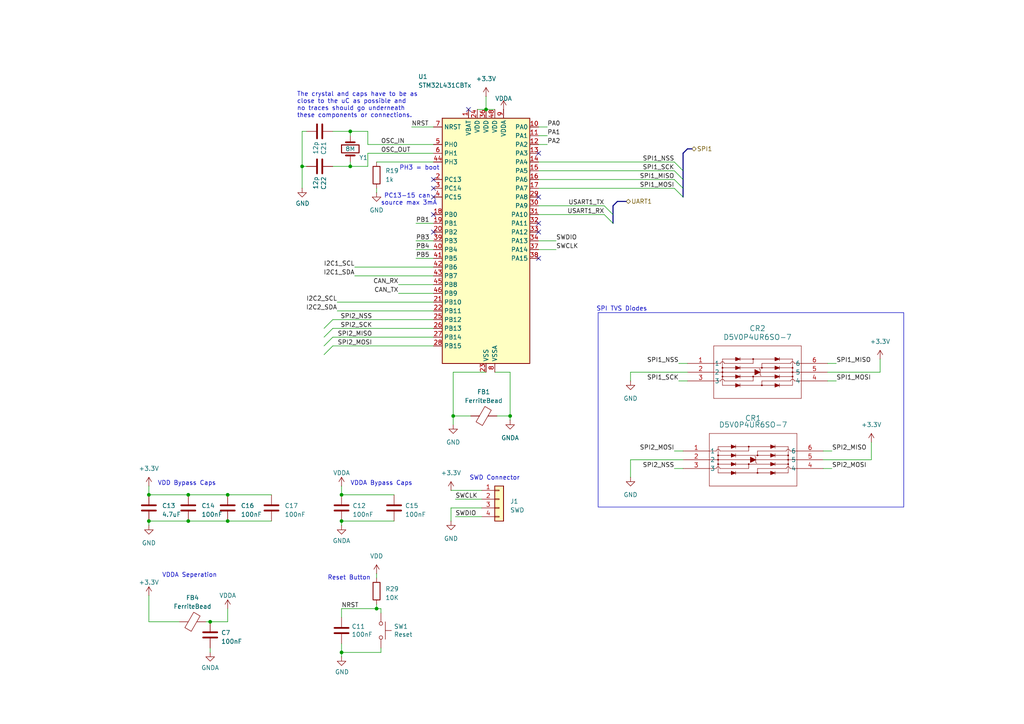
<source format=kicad_sch>
(kicad_sch (version 20250114) (generator "eeschema") (generator_version "9.0")
  (paper "A4")
  (lib_symbols
    (symbol "Connector_Generic:Conn_01x04" (pin_names (offset 1.016) (hide yes))
      (property "Reference" "J" (at 0 5.08 0))
      (property "Value" "Conn_01x04" (at 0 -7.62 0))
      (symbol "Conn_01x04_1_1"
        (rectangle (start -1.27 3.81) (end 1.27 -6.35) (stroke (width 0.254)) (fill (type background)))
        (rectangle (start -1.27 2.667) (end 0 2.413) (stroke (width 0.1524)))
        (rectangle (start -1.27 0.127) (end 0 -0.127) (stroke (width 0.1524)))
        (rectangle (start -1.27 -2.413) (end 0 -2.667) (stroke (width 0.1524)))
        (rectangle (start -1.27 -4.953) (end 0 -5.207) (stroke (width 0.1524)))
        (pin passive line (at -5.08 2.54 0) (length 3.81) (name "Pin_1") (number "1"))
        (pin passive line (at -5.08 0 0) (length 3.81) (name "Pin_2") (number "2"))
        (pin passive line (at -5.08 -2.54 0) (length 3.81) (name "Pin_3") (number "3"))
        (pin passive line (at -5.08 -5.08 0) (length 3.81) (name "Pin_4") (number "4"))
      )
    )
    (symbol "Device:C" (pin_numbers (hide yes)) (pin_names (offset 0.254))
      (property "Reference" "C" (at 0.635 2.54 0))
      (property "Value" "C" (at 0.635 -2.54 0))
      (symbol "C_0_1"
        (polyline (pts (xy -2.032 0.762) (xy 2.032 0.762)) (stroke (width 0.508)))
        (polyline (pts (xy -2.032 -0.762) (xy 2.032 -0.762)) (stroke (width 0.508)))
      )
      (symbol "C_1_1"
        (pin passive line (at 0 3.81 270) (length 2.794) (name "~") (number "1"))
        (pin passive line (at 0 -3.81 90) (length 2.794) (name "~") (number "2"))
      )
    )
    (symbol "Device:Crystal" (pin_numbers (hide yes)) (pin_names (offset 1.016) (hide yes))
      (property "Reference" "Y" (at 0 3.81 0))
      (property "Value" "Crystal" (at 0 -3.81 0))
      (symbol "Crystal_0_1"
        (polyline (pts (xy -2.54 0) (xy -1.905 0)))
        (polyline (pts (xy -1.905 -1.27) (xy -1.905 1.27)) (stroke (width 0.508)))
        (rectangle (start -1.143 2.54) (end 1.143 -2.54) (stroke (width 0.3048)))
        (polyline (pts (xy 1.905 -1.27) (xy 1.905 1.27)) (stroke (width 0.508)))
        (polyline (pts (xy 2.54 0) (xy 1.905 0)))
      )
      (symbol "Crystal_1_1"
        (pin passive line (at -3.81 0 0) (length 1.27) (name "1") (number "1"))
        (pin passive line (at 3.81 0 180) (length 1.27) (name "2") (number "2"))
      )
    )
    (symbol "Device:FerriteBead" (pin_numbers (hide yes)) (pin_names (offset 0))
      (property "Reference" "FB" (at -3.81 0.635 90))
      (property "Value" "FerriteBead" (at 3.81 0 90))
      (symbol "FerriteBead_0_1"
        (polyline (pts (xy -2.7686 0.4064) (xy -1.7018 2.2606) (xy 2.7686 -0.3048) (xy 1.6764 -2.159) (xy -2.7686 0.4064)))
        (polyline (pts (xy 0 1.27) (xy 0 1.2954)))
        (polyline (pts (xy 0 -1.27) (xy 0 -1.2192)))
      )
      (symbol "FerriteBead_1_1"
        (pin passive line (at 0 3.81 270) (length 2.54) (name "~") (number "1"))
        (pin passive line (at 0 -3.81 90) (length 2.54) (name "~") (number "2"))
      )
    )
    (symbol "Device:R" (pin_numbers (hide yes)) (pin_names (offset 0))
      (property "Reference" "R" (at 2.032 0 90))
      (property "Value" "R" (at 0 0 90))
      (symbol "R_0_1"
        (rectangle (start -1.016 -2.54) (end 1.016 2.54) (stroke (width 0.254)))
      )
      (symbol "R_1_1"
        (pin passive line (at 0 3.81 270) (length 1.27) (name "~") (number "1"))
        (pin passive line (at 0 -3.81 90) (length 1.27) (name "~") (number "2"))
      )
    )
    (symbol "MCU_ST_STM32L4:STM32L431CBTx"
      (property "Reference" "U" (at -12.7 36.83 0))
      (property "Value" "STM32L431CBTx" (at 7.62 36.83 0))
      (symbol "STM32L431CBTx_0_1"
        (rectangle (start -12.7 -35.56) (end 12.7 35.56) (stroke (width 0.254)) (fill (type background)))
      )
      (symbol "STM32L431CBTx_1_1"
        (pin input line (at -15.24 33.02 0) (length 2.54) (name "NRST") (number "7"))
        (pin bidirectional line (at -15.24 27.94 0) (length 2.54) (name "PH0") (number "5"))
        (pin bidirectional line (at -15.24 25.4 0) (length 2.54) (name "PH1") (number "6"))
        (pin bidirectional line (at -15.24 22.86 0) (length 2.54) (name "PH3") (number "44"))
        (pin bidirectional line (at -15.24 17.78 0) (length 2.54) (name "PC13") (number "2"))
        (pin bidirectional line (at -15.24 15.24 0) (length 2.54) (name "PC14") (number "3"))
        (pin bidirectional line (at -15.24 12.7 0) (length 2.54) (name "PC15") (number "4"))
        (pin bidirectional line (at -15.24 7.62 0) (length 2.54) (name "PB0") (number "18"))
        (pin bidirectional line (at -15.24 5.08 0) (length 2.54) (name "PB1") (number "19"))
        (pin bidirectional line (at -15.24 2.54 0) (length 2.54) (name "PB2") (number "20"))
        (pin bidirectional line (at -15.24 0 0) (length 2.54) (name "PB3") (number "39"))
        (pin bidirectional line (at -15.24 -2.54 0) (length 2.54) (name "PB4") (number "40"))
        (pin bidirectional line (at -15.24 -5.08 0) (length 2.54) (name "PB5") (number "41"))
        (pin bidirectional line (at -15.24 -7.62 0) (length 2.54) (name "PB6") (number "42"))
        (pin bidirectional line (at -15.24 -10.16 0) (length 2.54) (name "PB7") (number "43"))
        (pin bidirectional line (at -15.24 -12.7 0) (length 2.54) (name "PB8") (number "45"))
        (pin bidirectional line (at -15.24 -15.24 0) (length 2.54) (name "PB9") (number "46"))
        (pin bidirectional line (at -15.24 -17.78 0) (length 2.54) (name "PB10") (number "21"))
        (pin bidirectional line (at -15.24 -20.32 0) (length 2.54) (name "PB11") (number "22"))
        (pin bidirectional line (at -15.24 -22.86 0) (length 2.54) (name "PB12") (number "25"))
        (pin bidirectional line (at -15.24 -25.4 0) (length 2.54) (name "PB13") (number "26"))
        (pin bidirectional line (at -15.24 -27.94 0) (length 2.54) (name "PB14") (number "27"))
        (pin bidirectional line (at -15.24 -30.48 0) (length 2.54) (name "PB15") (number "28"))
        (pin power_in line (at -5.08 38.1 270) (length 2.54) (name "VBAT") (number "1"))
        (pin power_in line (at -2.54 38.1 270) (length 2.54) (name "VDD") (number "24"))
        (pin power_in line (at 0 38.1 270) (length 2.54) (name "VDD") (number "36"))
        (pin power_in line (at 0 -38.1 90) (length 2.54) (name "VSS") (number "23"))
        (pin passive line (at 0 -38.1 90) (length 2.54) (hide yes) (name "VSS") (number "35"))
        (pin passive line (at 0 -38.1 90) (length 2.54) (hide yes) (name "VSS") (number "47"))
        (pin power_in line (at 2.54 38.1 270) (length 2.54) (name "VDD") (number "48"))
        (pin power_in line (at 2.54 -38.1 90) (length 2.54) (name "VSSA") (number "8"))
        (pin power_in line (at 5.08 38.1 270) (length 2.54) (name "VDDA") (number "9"))
        (pin bidirectional line (at 15.24 33.02 180) (length 2.54) (name "PA0") (number "10"))
        (pin bidirectional line (at 15.24 30.48 180) (length 2.54) (name "PA1") (number "11"))
        (pin bidirectional line (at 15.24 27.94 180) (length 2.54) (name "PA2") (number "12"))
        (pin bidirectional line (at 15.24 25.4 180) (length 2.54) (name "PA3") (number "13"))
        (pin bidirectional line (at 15.24 22.86 180) (length 2.54) (name "PA4") (number "14"))
        (pin bidirectional line (at 15.24 20.32 180) (length 2.54) (name "PA5") (number "15"))
        (pin bidirectional line (at 15.24 17.78 180) (length 2.54) (name "PA6") (number "16"))
        (pin bidirectional line (at 15.24 15.24 180) (length 2.54) (name "PA7") (number "17"))
        (pin bidirectional line (at 15.24 12.7 180) (length 2.54) (name "PA8") (number "29"))
        (pin bidirectional line (at 15.24 10.16 180) (length 2.54) (name "PA9") (number "30"))
        (pin bidirectional line (at 15.24 7.62 180) (length 2.54) (name "PA10") (number "31"))
        (pin bidirectional line (at 15.24 5.08 180) (length 2.54) (name "PA11") (number "32"))
        (pin bidirectional line (at 15.24 2.54 180) (length 2.54) (name "PA12") (number "33"))
        (pin bidirectional line (at 15.24 0 180) (length 2.54) (name "PA13") (number "34"))
        (pin bidirectional line (at 15.24 -2.54 180) (length 2.54) (name "PA14") (number "37"))
        (pin bidirectional line (at 15.24 -5.08 180) (length 2.54) (name "PA15") (number "38"))
      )
    )
    (symbol "Switch:SW_Push" (pin_numbers (hide yes)) (pin_names (offset 1.016) (hide yes))
      (property "Reference" "SW" (at 1.27 2.54 0))
      (property "Value" "SW_Push" (at 0 -1.524 0))
      (symbol "SW_Push_0_1"
        (circle (center -2.032 0) (radius 0.508))
        (polyline (pts (xy 0 1.27) (xy 0 3.048)))
        (circle (center 2.032 0) (radius 0.508))
        (polyline (pts (xy 2.54 1.27) (xy -2.54 1.27)))
        (pin passive line (at -5.08 0 0) (length 2.54) (name "1") (number "1"))
        (pin passive line (at 5.08 0 180) (length 2.54) (name "2") (number "2"))
      )
    )
    (symbol "power:+3.3V" (power) (pin_numbers (hide yes)) (pin_names (offset 0) (hide yes))
      (property "Value" "+3.3V" (at 0 3.556 0))
      (symbol "+3.3V_0_1"
        (polyline (pts (xy -0.762 1.27) (xy 0 2.54)))
        (polyline (pts (xy 0 2.54) (xy 0.762 1.27)))
        (polyline (pts (xy 0 0) (xy 0 2.54)))
      )
      (symbol "+3.3V_1_1"
        (pin power_in line (at 0 0 90) (length 0) (name "~") (number "1"))
      )
    )
    (symbol "power:GND" (power) (pin_numbers (hide yes)) (pin_names (offset 0) (hide yes))
      (property "Value" "GND" (at 0 -3.81 0))
      (symbol "GND_0_1"
        (polyline (pts (xy 0 0) (xy 0 -1.27) (xy 1.27 -1.27) (xy 0 -2.54) (xy -1.27 -1.27) (xy 0 -1.27)))
      )
      (symbol "GND_1_1"
        (pin power_in line (at 0 0 270) (length 0) (name "~") (number "1"))
      )
    )
    (symbol "power:GNDA" (power) (pin_numbers (hide yes)) (pin_names (offset 0) (hide yes))
      (property "Value" "GNDA" (at 0 -3.81 0))
      (symbol "GNDA_0_1"
        (polyline (pts (xy 0 0) (xy 0 -1.27) (xy 1.27 -1.27) (xy 0 -2.54) (xy -1.27 -1.27) (xy 0 -1.27)))
      )
      (symbol "GNDA_1_1"
        (pin power_in line (at 0 0 270) (length 0) (name "~") (number "1"))
      )
    )
    (symbol "power:VDD" (power) (pin_numbers (hide yes)) (pin_names (offset 0) (hide yes))
      (property "Value" "VDD" (at 0 3.556 0))
      (symbol "VDD_0_1"
        (polyline (pts (xy -0.762 1.27) (xy 0 2.54)))
        (polyline (pts (xy 0 2.54) (xy 0.762 1.27)))
        (polyline (pts (xy 0 0) (xy 0 2.54)))
      )
      (symbol "VDD_1_1"
        (pin power_in line (at 0 0 90) (length 0) (name "~") (number "1"))
      )
    )
    (symbol "power:VDDA" (power) (pin_numbers (hide yes)) (pin_names (offset 0) (hide yes))
      (property "Value" "VDDA" (at 0 3.556 0))
      (symbol "VDDA_0_1"
        (polyline (pts (xy -0.762 1.27) (xy 0 2.54)))
        (polyline (pts (xy 0 2.54) (xy 0.762 1.27)))
        (polyline (pts (xy 0 0) (xy 0 2.54)))
      )
      (symbol "VDDA_1_1"
        (pin power_in line (at 0 0 90) (length 0) (name "~") (number "1"))
      )
    )
    (symbol "utsvt-chips:D5V0P4UR6SO-7" (pin_names (offset 0.254))
      (property "Reference" "CR" (at 20.32 10.16 0))
      (property "Value" "D5V0P4UR6SO-7" (at 20.32 7.62 0))
      (symbol "D5V0P4UR6SO-7_0_1"
        (polyline (pts (xy 7.62 5.08) (xy 7.62 -10.16)) (stroke (width 0.127)))
        (polyline (pts (xy 7.62 0) (xy 9.652 0)) (stroke (width 0.127)))
        (polyline (pts (xy 7.62 -2.54) (xy 33.02 -2.54)) (stroke (width 0.127)))
        (polyline (pts (xy 7.62 -5.08) (xy 9.652 -5.08)) (stroke (width 0.127)))
        (polyline (pts (xy 7.62 -10.16) (xy 33.02 -10.16)) (stroke (width 0.127)))
        (polyline (pts (xy 10.16 1.27) (xy 10.16 -6.35)) (stroke (width 0.127)))
        (polyline (pts (xy 10.16 1.27) (xy 30.48 1.27)) (stroke (width 0.127)))
        (arc (start 9.652 0) (mid 10.16 0.5058) (end 10.668 0) (stroke (width 0.127)))
        (polyline (pts (xy 10.16 -1.27) (xy 30.48 -1.27)) (stroke (width 0.127)))
        (circle (center 10.16 -1.27) (radius 0.127) (stroke (width 0.254)))
        (circle (center 10.16 -2.54) (radius 0.127) (stroke (width 0.254)))
        (polyline (pts (xy 10.16 -3.81) (xy 30.48 -3.81)) (stroke (width 0.127)))
        (circle (center 10.16 -3.81) (radius 0.127) (stroke (width 0.254)))
        (arc (start 9.652 -5.08) (mid 10.16 -4.5742) (end 10.668 -5.08) (stroke (width 0.127)))
        (polyline (pts (xy 10.16 -6.35) (xy 30.48 -6.35)) (stroke (width 0.127)))
        (polyline (pts (xy 10.668 0) (xy 19.05 0)) (stroke (width 0.127)))
        (polyline (pts (xy 10.668 -5.08) (xy 19.05 -5.08)) (stroke (width 0.127)))
        (polyline (pts (xy 13.97 1.778) (xy 13.97 0.762)) (stroke (width 0.127)))
        (polyline (pts (xy 13.97 1.778) (xy 13.97 0.762) (xy 15.24 1.27)) (fill (type outline)))
        (polyline (pts (xy 13.97 0.762) (xy 15.24 1.27)) (stroke (width 0.127)))
        (polyline (pts (xy 13.97 -0.762) (xy 13.97 -1.778)) (stroke (width 0.127)))
        (polyline (pts (xy 13.97 -0.762) (xy 13.97 -1.778) (xy 15.24 -1.27)) (fill (type outline)))
        (polyline (pts (xy 13.97 -1.778) (xy 15.24 -1.27)) (stroke (width 0.127)))
        (polyline (pts (xy 13.97 -3.302) (xy 13.97 -4.318)) (stroke (width 0.127)))
        (polyline (pts (xy 13.97 -3.302) (xy 13.97 -4.318) (xy 15.24 -3.81)) (fill (type outline)))
        (polyline (pts (xy 13.97 -4.318) (xy 15.24 -3.81)) (stroke (width 0.127)))
        (polyline (pts (xy 13.97 -5.842) (xy 13.97 -6.858)) (stroke (width 0.127)))
        (polyline (pts (xy 13.97 -5.842) (xy 13.97 -6.858) (xy 15.24 -6.35)) (fill (type outline)))
        (polyline (pts (xy 13.97 -6.858) (xy 15.24 -6.35)) (stroke (width 0.127)))
        (polyline (pts (xy 15.24 1.778) (xy 15.24 0.762)) (stroke (width 0.127)))
        (polyline (pts (xy 15.24 1.27) (xy 13.97 1.778)) (stroke (width 0.127)))
        (polyline (pts (xy 15.24 -0.762) (xy 15.24 -1.778)) (stroke (width 0.127)))
        (polyline (pts (xy 15.24 -1.27) (xy 13.97 -0.762)) (stroke (width 0.127)))
        (polyline (pts (xy 15.24 -3.302) (xy 15.24 -4.318)) (stroke (width 0.127)))
        (polyline (pts (xy 15.24 -3.81) (xy 13.97 -3.302)) (stroke (width 0.127)))
        (polyline (pts (xy 15.24 -5.842) (xy 15.24 -6.858)) (stroke (width 0.127)))
        (polyline (pts (xy 15.24 -6.35) (xy 13.97 -5.842)) (stroke (width 0.127)))
        (circle (center 19.05 1.27) (radius 0.127) (stroke (width 0.254)))
        (polyline (pts (xy 19.05 0) (xy 19.05 1.27)) (stroke (width 0.127)))
        (circle (center 19.05 -3.81) (radius 0.127) (stroke (width 0.254)))
        (polyline (pts (xy 19.05 -5.08) (xy 19.05 -3.81)) (stroke (width 0.127)))
        (polyline (pts (xy 19.558 -1.778) (xy 19.558 -3.302)) (stroke (width 0.127)))
        (polyline (pts (xy 19.558 -1.778) (xy 21.082 -2.54)) (stroke (width 0.127)))
        (polyline (pts (xy 19.558 -3.302) (xy 21.082 -2.54)) (stroke (width 0.127)))
        (polyline (pts (xy 21.082 -1.778) (xy 20.828 -1.524)) (stroke (width 0.127)))
        (polyline (pts (xy 21.082 -1.778) (xy 21.082 -3.302)) (stroke (width 0.127)))
        (polyline (pts (xy 21.082 -2.54) (xy 19.558 -3.302) (xy 19.558 -1.778)) (fill (type outline)))
        (polyline (pts (xy 21.082 -3.302) (xy 21.336 -3.556)) (stroke (width 0.127)))
        (polyline (pts (xy 21.59 0) (xy 21.59 -1.27)) (stroke (width 0.127)))
        (circle (center 21.59 -1.27) (radius 0.127) (stroke (width 0.254)))
        (polyline (pts (xy 21.59 -5.08) (xy 21.59 -6.35)) (stroke (width 0.127)))
        (circle (center 21.59 -6.35) (radius 0.127) (stroke (width 0.254)))
        (polyline (pts (xy 25.4 1.778) (xy 25.4 0.762)) (stroke (width 0.127)))
        (polyline (pts (xy 25.4 1.778) (xy 25.4 0.762) (xy 26.67 1.27)) (fill (type outline)))
        (polyline (pts (xy 25.4 0.762) (xy 26.67 1.27)) (stroke (width 0.127)))
        (polyline (pts (xy 25.4 -0.762) (xy 25.4 -1.778)) (stroke (width 0.127)))
        (polyline (pts (xy 25.4 -0.762) (xy 25.4 -1.778) (xy 26.67 -1.27)) (fill (type outline)))
        (polyline (pts (xy 25.4 -1.778) (xy 26.67 -1.27)) (stroke (width 0.127)))
        (polyline (pts (xy 25.4 -3.302) (xy 25.4 -4.318)) (stroke (width 0.127)))
        (polyline (pts (xy 25.4 -3.302) (xy 25.4 -4.318) (xy 26.67 -3.81)) (fill (type outline)))
        (polyline (pts (xy 25.4 -4.318) (xy 26.67 -3.81)) (stroke (width 0.127)))
        (polyline (pts (xy 25.4 -5.842) (xy 25.4 -6.858)) (stroke (width 0.127)))
        (polyline (pts (xy 25.4 -5.842) (xy 25.4 -6.858) (xy 26.67 -6.35)) (fill (type outline)))
        (polyline (pts (xy 25.4 -6.858) (xy 26.67 -6.35)) (stroke (width 0.127)))
        (polyline (pts (xy 26.67 1.778) (xy 26.67 0.762)) (stroke (width 0.127)))
        (polyline (pts (xy 26.67 1.27) (xy 25.4 1.778)) (stroke (width 0.127)))
        (polyline (pts (xy 26.67 -0.762) (xy 26.67 -1.778)) (stroke (width 0.127)))
        (polyline (pts (xy 26.67 -1.27) (xy 25.4 -0.762)) (stroke (width 0.127)))
        (polyline (pts (xy 26.67 -3.302) (xy 26.67 -4.318)) (stroke (width 0.127)))
        (polyline (pts (xy 26.67 -3.81) (xy 25.4 -3.302)) (stroke (width 0.127)))
        (polyline (pts (xy 26.67 -5.842) (xy 26.67 -6.858)) (stroke (width 0.127)))
        (polyline (pts (xy 26.67 -6.35) (xy 25.4 -5.842)) (stroke (width 0.127)))
        (polyline (pts (xy 29.972 0) (xy 21.59 0)) (stroke (width 0.127)))
        (polyline (pts (xy 29.972 -5.08) (xy 21.59 -5.08)) (stroke (width 0.127)))
        (polyline (pts (xy 30.48 1.27) (xy 30.48 -6.35)) (stroke (width 0.127)))
        (arc (start 29.972 0) (mid 30.48 0.5058) (end 30.988 0) (stroke (width 0.127)))
        (circle (center 30.48 -1.27) (radius 0.127) (stroke (width 0.254)))
        (circle (center 30.48 -2.54) (radius 0.127) (stroke (width 0.254)))
        (circle (center 30.48 -3.81) (radius 0.127) (stroke (width 0.254)))
        (arc (start 29.972 -5.08) (mid 30.48 -4.5742) (end 30.988 -5.08) (stroke (width 0.127)))
        (polyline (pts (xy 33.02 5.08) (xy 7.62 5.08)) (stroke (width 0.127)))
        (polyline (pts (xy 33.02 0) (xy 30.988 0)) (stroke (width 0.127)))
        (polyline (pts (xy 33.02 -5.08) (xy 30.988 -5.08)) (stroke (width 0.127)))
        (polyline (pts (xy 33.02 -10.16) (xy 33.02 5.08)) (stroke (width 0.127)))
        (pin input line (at 0 0 0) (length 7.62) (name "1") (number "1"))
        (pin unspecified line (at 0 -2.54 0) (length 7.62) (name "2") (number "2"))
        (pin input line (at 0 -5.08 0) (length 7.62) (name "3") (number "3"))
        (pin input line (at 40.64 0 180) (length 7.62) (name "6") (number "6"))
        (pin unspecified line (at 40.64 -2.54 180) (length 7.62) (name "5") (number "5"))
        (pin input line (at 40.64 -5.08 180) (length 7.62) (name "4") (number "4"))
      )
    )
  )
  (rectangle (start 173.482 90.678) (end 262.128 147.066))
  (text "PC13-15 can \nsource max 3mA" (at 118.618 57.912 0) (effects (font (size 1.27 1.27))))
  (text "VDD Bypass Caps" (at 45.72 140.97 0) (effects (font (size 1.27 1.27)) (justify left bottom)))
  (text "The crystal and caps have to be as \nclose to the uC as possible and\nno traces should go underneath\nthese components or connections." (at 86.106 34.29 0) (effects (font (size 1.27 1.27)) (justify left bottom)))
  (text "Reset Button" (at 94.996 168.402 0) (effects (font (size 1.27 1.27)) (justify left bottom)))
  (text "VDDA Seperation" (at 46.99 167.64 0) (effects (font (size 1.27 1.27)) (justify left bottom)))
  (text "SPI TVS Diodes" (at 180.34 89.662 0) (effects (font (size 1.27 1.27))))
  (text "SWD Connector" (at 136.144 139.446 0) (effects (font (size 1.27 1.27)) (justify left bottom)))
  (text "PH3 = boot" (at 121.666 48.768 0) (effects (font (size 1.27 1.27))))
  (text "VDDA Bypass Caps" (at 101.6 140.97 0) (effects (font (size 1.27 1.27)) (justify left bottom)))
  (junction (at 66.04 143.51))
  (junction (at 101.6 48.26))
  (junction (at 43.18 151.13))
  (junction (at 60.96 180.34))
  (junction (at 99.06 143.51))
  (junction (at 101.6 38.1))
  (junction (at 54.61 143.51))
  (junction (at 87.63 48.26))
  (junction (at 43.18 143.51))
  (junction (at 99.06 151.13))
  (junction (at 140.97 31.75))
  (junction (at 54.61 151.13))
  (junction (at 99.06 189.23))
  (junction (at 131.445 120.65))
  (junction (at 109.22 176.53))
  (junction (at 66.04 151.13))
  (junction (at 147.955 120.65))
  (no_connect (at 125.73 62.23))
  (no_connect (at 156.21 67.31))
  (no_connect (at 156.21 64.77))
  (no_connect (at 125.73 52.07))
  (no_connect (at 156.21 57.15))
  (no_connect (at 125.73 67.31))
  (no_connect (at 125.73 54.61))
  (no_connect (at 135.89 31.75))
  (no_connect (at 125.73 57.15))
  (no_connect (at 156.21 74.93))
  (no_connect (at 156.21 44.45))
  (bus_entry (at 175.26 59.69) (size 2.54 2.54))
  (bus_entry (at 93.98 102.87) (size 2.54 -2.54))
  (bus_entry (at 195.58 46.99) (size 2.54 2.54))
  (bus_entry (at 93.98 97.79) (size 2.54 -2.54))
  (bus_entry (at 93.98 100.33) (size 2.54 -2.54))
  (bus_entry (at 195.58 49.53) (size 2.54 2.54))
  (bus_entry (at 195.58 54.61) (size 2.54 2.54))
  (bus_entry (at 175.26 62.23) (size 2.54 2.54))
  (bus_entry (at 195.58 52.07) (size 2.54 2.54))
  (bus_entry (at 93.98 95.25) (size 2.54 -2.54))
  (wire (pts (xy 255.27 104.14) (xy 255.27 107.95)))
  (wire (pts (xy 66.04 180.34) (xy 60.96 180.34)))
  (wire (pts (xy 109.22 175.26) (xy 109.22 176.53)))
  (wire (pts (xy 144.145 120.65) (xy 147.955 120.65)))
  (wire (pts (xy 99.06 140.97) (xy 99.06 143.51)))
  (wire (pts (xy 131.445 107.95) (xy 131.445 120.65)))
  (wire (pts (xy 132.08 144.78) (xy 139.7 144.78)))
  (wire (pts (xy 99.06 190.5) (xy 99.06 189.23)))
  (wire (pts (xy 156.21 36.83) (xy 158.75 36.83)))
  (bus (pts (xy 198.12 52.07) (xy 198.12 49.53)))
  (wire (pts (xy 120.65 64.77) (xy 125.73 64.77)))
  (wire (pts (xy 43.18 180.34) (xy 52.07 180.34)))
  (wire (pts (xy 156.21 69.85) (xy 161.29 69.85)))
  (wire (pts (xy 130.81 151.13) (xy 130.81 147.32)))
  (wire (pts (xy 131.445 120.65) (xy 136.525 120.65)))
  (wire (pts (xy 195.58 130.81) (xy 198.12 130.81)))
  (wire (pts (xy 66.04 143.51) (xy 78.74 143.51)))
  (bus (pts (xy 198.12 44.45) (xy 199.39 43.18)))
  (wire (pts (xy 120.65 69.85) (xy 125.73 69.85)))
  (wire (pts (xy 96.52 97.79) (xy 125.73 97.79)))
  (wire (pts (xy 43.18 152.4) (xy 43.18 151.13)))
  (wire (pts (xy 96.52 38.1) (xy 101.6 38.1)))
  (wire (pts (xy 99.06 186.69) (xy 99.06 189.23)))
  (wire (pts (xy 130.81 147.32) (xy 139.7 147.32)))
  (wire (pts (xy 106.68 44.45) (xy 125.73 44.45)))
  (wire (pts (xy 132.08 149.86) (xy 139.7 149.86)))
  (wire (pts (xy 106.68 48.26) (xy 106.68 44.45)))
  (wire (pts (xy 102.87 80.01) (xy 125.73 80.01)))
  (wire (pts (xy 60.96 189.23) (xy 60.96 187.96)))
  (wire (pts (xy 147.955 120.65) (xy 147.955 121.92)))
  (wire (pts (xy 110.49 187.96) (xy 110.49 189.23)))
  (wire (pts (xy 252.73 133.35) (xy 238.76 133.35)))
  (wire (pts (xy 156.21 52.07) (xy 195.58 52.07)))
  (wire (pts (xy 109.22 176.53) (xy 110.49 176.53)))
  (bus (pts (xy 177.8 64.77) (xy 177.8 62.23)))
  (wire (pts (xy 240.03 110.49) (xy 242.57 110.49)))
  (wire (pts (xy 87.63 38.1) (xy 87.63 48.26)))
  (wire (pts (xy 43.18 172.72) (xy 43.18 180.34)))
  (wire (pts (xy 140.97 31.75) (xy 143.51 31.75)))
  (wire (pts (xy 156.21 59.69) (xy 175.26 59.69)))
  (wire (pts (xy 101.6 46.99) (xy 101.6 48.26)))
  (wire (pts (xy 43.18 140.97) (xy 43.18 143.51)))
  (wire (pts (xy 195.58 135.89) (xy 198.12 135.89)))
  (wire (pts (xy 238.76 130.81) (xy 241.3 130.81)))
  (wire (pts (xy 120.65 72.39) (xy 125.73 72.39)))
  (bus (pts (xy 179.07 58.42) (xy 181.61 58.42)))
  (wire (pts (xy 97.79 90.17) (xy 125.73 90.17)))
  (wire (pts (xy 182.88 133.35) (xy 198.12 133.35)))
  (wire (pts (xy 101.6 38.1) (xy 101.6 39.37)))
  (wire (pts (xy 97.79 87.63) (xy 125.73 87.63)))
  (bus (pts (xy 198.12 57.15) (xy 198.12 54.61)))
  (wire (pts (xy 115.57 82.55) (xy 125.73 82.55)))
  (wire (pts (xy 101.6 48.26) (xy 106.68 48.26)))
  (wire (pts (xy 182.88 138.43) (xy 182.88 133.35)))
  (wire (pts (xy 156.21 41.91) (xy 158.75 41.91)))
  (wire (pts (xy 102.87 77.47) (xy 125.73 77.47)))
  (bus (pts (xy 198.12 49.53) (xy 198.12 44.45)))
  (wire (pts (xy 255.27 107.95) (xy 240.03 107.95)))
  (wire (pts (xy 175.26 62.23) (xy 156.21 62.23)))
  (wire (pts (xy 138.43 31.75) (xy 140.97 31.75)))
  (wire (pts (xy 96.52 92.71) (xy 125.73 92.71)))
  (wire (pts (xy 109.22 166.37) (xy 109.22 167.64)))
  (wire (pts (xy 131.445 120.65) (xy 131.445 123.19)))
  (wire (pts (xy 96.52 100.33) (xy 125.73 100.33)))
  (wire (pts (xy 119.38 36.83) (xy 125.73 36.83)))
  (wire (pts (xy 120.65 74.93) (xy 125.73 74.93)))
  (wire (pts (xy 182.88 110.49) (xy 182.88 107.95)))
  (wire (pts (xy 182.88 107.95) (xy 199.39 107.95)))
  (wire (pts (xy 96.52 95.25) (xy 125.73 95.25)))
  (wire (pts (xy 115.57 85.09) (xy 125.73 85.09)))
  (wire (pts (xy 99.06 189.23) (xy 110.49 189.23)))
  (wire (pts (xy 106.68 41.91) (xy 125.73 41.91)))
  (wire (pts (xy 196.85 105.41) (xy 199.39 105.41)))
  (wire (pts (xy 156.21 54.61) (xy 195.58 54.61)))
  (wire (pts (xy 130.81 142.24) (xy 139.7 142.24)))
  (wire (pts (xy 99.06 143.51) (xy 114.3 143.51)))
  (wire (pts (xy 110.49 176.53) (xy 110.49 177.8)))
  (wire (pts (xy 87.63 48.26) (xy 88.9 48.26)))
  (wire (pts (xy 99.06 176.53) (xy 99.06 179.07)))
  (wire (pts (xy 54.61 143.51) (xy 66.04 143.51)))
  (wire (pts (xy 109.22 54.61) (xy 109.22 55.88)))
  (wire (pts (xy 156.21 72.39) (xy 161.29 72.39)))
  (wire (pts (xy 131.445 107.95) (xy 140.97 107.95)))
  (wire (pts (xy 66.04 176.53) (xy 66.04 180.34)))
  (wire (pts (xy 87.63 54.61) (xy 87.63 48.26)))
  (wire (pts (xy 99.06 151.13) (xy 99.06 152.4)))
  (wire (pts (xy 196.85 110.49) (xy 199.39 110.49)))
  (wire (pts (xy 87.63 38.1) (xy 88.9 38.1)))
  (wire (pts (xy 60.96 180.34) (xy 59.69 180.34)))
  (wire (pts (xy 140.97 27.94) (xy 140.97 31.75)))
  (wire (pts (xy 238.76 135.89) (xy 241.3 135.89)))
  (bus (pts (xy 177.8 59.69) (xy 177.8 62.23)))
  (bus (pts (xy 199.39 43.18) (xy 200.66 43.18)))
  (wire (pts (xy 43.18 143.51) (xy 54.61 143.51)))
  (wire (pts (xy 147.955 107.95) (xy 147.955 120.65)))
  (wire (pts (xy 156.21 49.53) (xy 195.58 49.53)))
  (wire (pts (xy 252.73 128.27) (xy 252.73 133.35)))
  (wire (pts (xy 109.22 46.99) (xy 125.73 46.99)))
  (wire (pts (xy 99.06 151.13) (xy 114.3 151.13)))
  (wire (pts (xy 156.21 46.99) (xy 195.58 46.99)))
  (wire (pts (xy 66.04 151.13) (xy 78.74 151.13)))
  (wire (pts (xy 106.68 41.91) (xy 106.68 38.1)))
  (wire (pts (xy 143.51 107.95) (xy 147.955 107.95)))
  (wire (pts (xy 106.68 38.1) (xy 101.6 38.1)))
  (wire (pts (xy 156.21 39.37) (xy 158.75 39.37)))
  (wire (pts (xy 43.18 151.13) (xy 54.61 151.13)))
  (wire (pts (xy 101.6 48.26) (xy 96.52 48.26)))
  (bus (pts (xy 198.12 54.61) (xy 198.12 52.07)))
  (wire (pts (xy 54.61 151.13) (xy 66.04 151.13)))
  (wire (pts (xy 240.03 105.41) (xy 242.57 105.41)))
  (bus (pts (xy 177.8 59.69) (xy 179.07 58.42)))
  (wire (pts (xy 99.06 176.53) (xy 109.22 176.53)))
  (label "SWCLK" (at 161.29 72.39 0))
  (label "CAN_RX" (at 115.57 82.55 180))
  (label "SPI1_SCK" (at 195.58 49.53 180))
  (label "NRST" (at 119.38 36.83 0))
  (label "SPI1_MISO" (at 242.57 105.41 0))
  (label "I2C2_SCL" (at 97.79 87.63 180))
  (label "SPI2_SCK" (at 107.95 95.25 180))
  (label "SPI1_SCK" (at 196.85 110.49 180))
  (label "SPI2_MISO" (at 241.3 130.81 0))
  (label "SPI2_MISO" (at 107.95 97.79 180))
  (label "SWCLK" (at 132.08 144.78 0))
  (label "I2C1_SDA" (at 102.87 80.01 180))
  (label "PB1" (at 120.65 64.77 0))
  (label "SPI2_NSS" (at 195.58 135.89 180))
  (label "SPI1_NSS" (at 196.85 105.41 180))
  (label "PB3" (at 120.65 69.85 0))
  (label "PA2" (at 158.75 41.91 0))
  (label "SPI2_MOSI" (at 195.58 130.81 180))
  (label "SPI2_NSS" (at 107.95 92.71 180))
  (label "NRST" (at 99.06 176.53 0))
  (label "OSC_IN" (at 110.49 41.91 0))
  (label "PB5" (at 120.65 74.93 0))
  (label "PA1" (at 158.75 39.37 0))
  (label "CAN_TX" (at 115.57 85.09 180))
  (label "I2C2_SDA" (at 97.79 90.17 180))
  (label "SWDIO" (at 161.29 69.85 0))
  (label "SPI1_NSS" (at 195.58 46.99 180))
  (label "USART1_TX" (at 175.26 59.69 180))
  (label "PB4" (at 120.65 72.39 0))
  (label "SPI1_MOSI" (at 242.57 110.49 0))
  (label "OSC_OUT" (at 110.49 44.45 0))
  (label "SPI2_MOSI" (at 241.3 135.89 0))
  (label "SPI2_MOSI" (at 107.95 100.33 180))
  (label "SWDIO" (at 132.08 149.86 0))
  (label "SPI1_MOSI" (at 195.58 54.61 180))
  (label "I2C1_SCL" (at 102.87 77.47 180))
  (label "SPI1_MISO" (at 195.58 52.07 180))
  (label "USART1_RX" (at 175.26 62.23 180))
  (label "PA0" (at 158.75 36.83 0))
  (hierarchical_label "SPI1" (shape bidirectional) (at 200.66 43.18 0))
  (hierarchical_label "UART1" (shape bidirectional) (at 181.61 58.42 0))
  (symbol (lib_id "utsvt-chips:D5V0P4UR6SO-7") (at 198.12 130.81 0) (unit 1)
    (property "Reference" "CR1" (at 218.44 121.285 0) (effects (font (size 1.524 1.524))))
    (property "Value" "D5V0P4UR6SO-7" (at 218.44 123.19 0) (effects (font (size 1.524 1.524))))
    (property "Datasheet" "https://www.diodes.com/assets/Datasheets/D5V0P4UR6SO.pdf" (effects (hide yes)))
    (property "Mouser Part Number" "621-D5V0P4UR6SO-7" (effects (hide yes)))
  )
  (symbol (lib_id "power:GND") (at 43.18 152.4 0) (unit 1)
    (property "Reference" "#PWR015" (effects (hide yes)))
    (property "Value" "GND" (at 43.18 157.48 0))
    (property "Description" "Power symbol creates a global label with name \"GND\" , ground" (effects (hide yes)))
  )
  (symbol (lib_id "power:VDDA") (at 146.05 31.75 0) (unit 1)
    (property "Reference" "#PWR01" (effects (hide yes)))
    (property "Value" "VDDA" (at 146.05 28.575 0))
    (property "Description" "Power symbol creates a global label with name \"VDDA\"" (effects (hide yes)))
  )
  (symbol (lib_id "power:GND") (at 109.22 55.88 0) (unit 1)
    (property "Reference" "#PWR038" (effects (hide yes)))
    (property "Value" "GND" (at 109.22 60.96 0))
    (property "Description" "Power symbol creates a global label with name \"GND\" , ground" (effects (hide yes)))
  )
  (symbol (lib_id "power:+3.3V") (at 130.81 142.24 0) (unit 1)
    (property "Reference" "#PWR014" (effects (hide yes)))
    (property "Value" "+3.3V" (at 130.81 137.16 0))
    (property "Description" "Power symbol creates a global label with name \"+3.3V\"" (effects (hide yes)))
  )
  (symbol (lib_id "power:GND") (at 182.88 138.43 0) (unit 1)
    (property "Reference" "#PWR048" (effects (hide yes)))
    (property "Value" "GND" (at 182.88 143.51 0))
    (property "Description" "Power symbol creates a global label with name \"GND\" , ground" (effects (hide yes)))
  )
  (symbol (lib_id "Device:C") (at 99.06 182.88 0) (unit 1)
    (property "Reference" "C11" (at 101.981 181.7116 0) (effects (justify left)))
    (property "Value" "100nF" (at 101.981 184.023 0) (effects (justify left)))
    (property "Description" "Unpolarized capacitor" (effects (hide yes)))
    (property "Mouser Part Number" "80-C0805C104M5R" (effects (hide yes)))
  )
  (symbol (lib_id "power:VDDA") (at 99.06 140.97 0) (unit 1)
    (property "Reference" "#PWR012" (effects (hide yes)))
    (property "Value" "VDDA" (at 99.06 137.16 0))
    (property "Description" "Power symbol creates a global label with name \"VDDA\"" (effects (hide yes)))
  )
  (symbol (lib_id "Device:C") (at 114.3 147.32 0) (unit 1)
    (property "Reference" "C15" (at 117.475 146.685 0) (effects (justify left)))
    (property "Value" "100nF" (at 117.475 149.225 0) (effects (justify left)))
    (property "Description" "Unpolarized capacitor" (effects (hide yes)))
    (property "Mouser Part Number" "80-C0805C104M5R" (effects (hide yes)))
  )
  (symbol (lib_id "power:+3.3V") (at 43.18 140.97 0) (unit 1)
    (property "Reference" "#PWR018" (effects (hide yes)))
    (property "Value" "+3.3V" (at 43.18 135.89 0))
    (property "Description" "Power symbol creates a global label with name \"+3.3V\"" (effects (hide yes)))
  )
  (symbol (lib_id "Switch:SW_Push") (at 110.49 182.88 270) (unit 1)
    (property "Reference" "SW1" (at 114.2492 181.7116 90) (effects (justify left)))
    (property "Value" "Reset" (at 114.2492 184.023 90) (effects (justify left)))
    (property "Description" "Push button switch, generic, two pins" (effects (hide yes)))
    (property "P/N" "B3SL-1002P" (effects (hide yes)))
    (property "Mouser Part Number" "653-B3SL-1002P" (effects (hide yes)))
  )
  (symbol (lib_id "power:GND") (at 99.06 190.5 0) (unit 1)
    (property "Reference" "#PWR011" (effects (hide yes)))
    (property "Value" "GND" (at 99.187 194.8942 0))
    (property "Description" "Power symbol creates a global label with name \"GND\" , ground" (effects (hide yes)))
  )
  (symbol (lib_id "Device:C") (at 78.74 147.32 0) (unit 1)
    (property "Reference" "C17" (at 82.55 146.685 0) (effects (justify left)))
    (property "Value" "100nF" (at 82.55 149.225 0) (effects (justify left)))
    (property "Description" "Unpolarized capacitor" (effects (hide yes)))
    (property "Mouser Part Number" "80-C0805C104M5R" (effects (hide yes)))
  )
  (symbol (lib_id "power:GNDA") (at 99.06 152.4 0) (unit 1)
    (property "Reference" "#PWR054" (effects (hide yes)))
    (property "Value" "GNDA" (at 99.06 156.845 0))
    (property "Description" "Power symbol creates a global label with name \"GNDA\" , analog ground" (effects (hide yes)))
  )
  (symbol (lib_id "power:GND") (at 130.81 151.13 0) (unit 1)
    (property "Reference" "#PWR035" (effects (hide yes)))
    (property "Value" "GND" (at 130.81 156.21 0))
    (property "Description" "Power symbol creates a global label with name \"GND\" , ground" (effects (hide yes)))
  )
  (symbol (lib_id "Device:FerriteBead") (at 55.88 180.34 90) (unit 1)
    (property "Reference" "FB4" (at 55.8292 173.355 90))
    (property "Value" "FerriteBead" (at 55.8292 175.895 90))
    (property "Description" "Ferrite bead" (effects (hide yes)))
    (property "Mouser Part Number" "704-MFBW1V2012-121-R" (effects (hide yes)))
    (property "P/N" "MFBW1V2012-121-R" (effects (hide yes)))
  )
  (symbol (lib_id "power:GND") (at 131.445 123.19 0) (unit 1)
    (property "Reference" "#PWR019" (effects (hide yes)))
    (property "Value" "GND" (at 131.445 128.27 0))
    (property "Description" "Power symbol creates a global label with name \"GND\" , ground" (effects (hide yes)))
  )
  (symbol (lib_id "power:+3.3V") (at 255.27 104.14 0) (unit 1)
    (property "Reference" "#PWR059" (effects (hide yes)))
    (property "Value" "+3.3V" (at 255.27 99.06 0))
    (property "Description" "Power symbol creates a global label with name \"+3.3V\"" (effects (hide yes)))
  )
  (symbol (lib_id "power:GND") (at 87.63 54.61 0) (unit 1)
    (property "Reference" "#PWR029" (effects (hide yes)))
    (property "Value" "GND" (at 87.757 59.0042 0))
    (property "Description" "Power symbol creates a global label with name \"GND\" , ground" (effects (hide yes)))
  )
  (symbol (lib_id "Device:C") (at 60.96 184.15 0) (unit 1)
    (property "Reference" "C7" (at 64.135 183.515 0) (effects (justify left)))
    (property "Value" "100nF" (at 64.135 186.055 0) (effects (justify left)))
    (property "Description" "Unpolarized capacitor" (effects (hide yes)))
    (property "Mouser Part Number" "80-C0805C104M5R" (effects (hide yes)))
  )
  (symbol (lib_id "Device:C") (at 99.06 147.32 0) (unit 1)
    (property "Reference" "C12" (at 102.235 146.685 0) (effects (justify left)))
    (property "Value" "100nF" (at 102.235 149.225 0) (effects (justify left)))
    (property "Description" "Unpolarized capacitor" (effects (hide yes)))
    (property "Mouser Part Number" "80-C0805C104M5R" (effects (hide yes)))
  )
  (symbol (lib_id "Device:R") (at 109.22 50.8 180) (unit 1)
    (property "Reference" "R19" (at 111.76 49.5299 0) (effects (justify right)))
    (property "Value" "1k" (at 111.76 52.0699 0) (effects (justify right)))
    (property "Description" "Resistor" (effects (hide yes)))
    (property "Mouser Part Number" "71-CRCW080510K0FKEAC" (effects (hide yes)))
  )
  (symbol (lib_id "utsvt-chips:D5V0P4UR6SO-7") (at 199.39 105.41 0) (unit 1)
    (property "Reference" "CR2" (at 219.71 95.25 0) (effects (font (size 1.524 1.524))))
    (property "Value" "D5V0P4UR6SO-7" (at 219.71 97.79 0) (effects (font (size 1.524 1.524))))
    (property "Datasheet" "https://www.diodes.com/assets/Datasheets/D5V0P4UR6SO.pdf" (effects (hide yes)))
    (property "Mouser Part Number" "621-D5V0P4UR6SO-7" (effects (hide yes)))
  )
  (symbol (lib_id "Device:C") (at 66.04 147.32 0) (unit 1)
    (property "Reference" "C16" (at 69.85 146.685 0) (effects (justify left)))
    (property "Value" "100nF" (at 69.85 149.225 0) (effects (justify left)))
    (property "Description" "Unpolarized capacitor" (effects (hide yes)))
    (property "Mouser Part Number" "80-C0805C104M5R" (effects (hide yes)))
  )
  (symbol (lib_id "Device:C") (at 92.71 38.1 270) (unit 1)
    (property "Reference" "C21" (at 93.8784 41.021 0) (effects (justify left)))
    (property "Value" "12p" (at 91.567 41.021 0) (effects (justify left)))
    (property "Description" "Unpolarized capacitor" (effects (hide yes)))
    (property "Mouser Part Number" "80-C0805C120K5HACTU" (effects (hide yes)))
  )
  (symbol (lib_id "power:GNDA") (at 147.955 121.92 0) (unit 1)
    (property "Reference" "#PWR03" (effects (hide yes)))
    (property "Value" "GNDA" (at 147.955 127 0))
    (property "Description" "Power symbol creates a global label with name \"GNDA\" , analog ground" (effects (hide yes)))
  )
  (symbol (lib_id "Device:C") (at 54.61 147.32 0) (unit 1)
    (property "Reference" "C14" (at 58.42 146.685 0) (effects (justify left)))
    (property "Value" "100nF" (at 58.42 149.225 0) (effects (justify left)))
    (property "Description" "Unpolarized capacitor" (effects (hide yes)))
    (property "Mouser Part Number" "80-C0805C104M5R" (effects (hide yes)))
  )
  (symbol (lib_id "Device:Crystal") (at 101.6 43.18 270) (unit 1)
    (property "Reference" "Y1" (at 105.41 45.72 90))
    (property "Value" "8M" (at 101.6 43.18 90))
    (property "Description" "Two pin crystal" (effects (hide yes)))
    (property "P/N" "ABM3-8.000MHZ-D2Y-T" (effects (hide yes)))
    (property "Mouser Part Number" "815-ABM3-8-D2Y-T" (effects (hide yes)))
  )
  (symbol (lib_id "Device:FerriteBead") (at 140.335 120.65 90) (unit 1)
    (property "Reference" "FB1" (at 140.2842 113.665 90))
    (property "Value" "FerriteBead" (at 140.2842 116.205 90))
    (property "Description" "Ferrite bead" (effects (hide yes)))
    (property "Mouser Part Number" "704-MFBW1V2012-121-R" (effects (hide yes)))
    (property "P/N" "MFBW1V2012-121-R" (effects (hide yes)))
  )
  (symbol (lib_id "power:+3.3V") (at 252.73 128.27 0) (unit 1)
    (property "Reference" "#PWR060" (effects (hide yes)))
    (property "Value" "+3.3V" (at 252.73 123.19 0))
    (property "Description" "Power symbol creates a global label with name \"+3.3V\"" (effects (hide yes)))
  )
  (symbol (lib_id "Connector_Generic:Conn_01x04") (at 144.78 144.78 0) (unit 1)
    (property "Reference" "J1" (at 147.955 145.415 0) (effects (justify left)))
    (property "Value" "SWD" (at 147.955 147.955 0) (effects (justify left)))
    (property "Description" "Generic connector, single row, 01x04, script generated (kicad-library-utils/schlib/autogen/connector/)" (effects (hide yes)))
  )
  (symbol (lib_id "power:GND") (at 182.88 110.49 0) (unit 1)
    (property "Reference" "#PWR042" (effects (hide yes)))
    (property "Value" "GND" (at 182.88 115.57 0))
    (property "Description" "Power symbol creates a global label with name \"GND\" , ground" (effects (hide yes)))
  )
  (symbol (lib_id "power:+3.3V") (at 140.97 27.94 0) (unit 1)
    (property "Reference" "#PWR023" (effects (hide yes)))
    (property "Value" "+3.3V" (at 140.97 22.86 0))
    (property "Description" "Power symbol creates a global label with name \"+3.3V\"" (effects (hide yes)))
  )
  (symbol (lib_id "Device:C") (at 92.71 48.26 270) (unit 1)
    (property "Reference" "C22" (at 93.8784 51.181 0) (effects (justify left)))
    (property "Value" "12p" (at 91.567 51.181 0) (effects (justify left)))
    (property "Description" "Unpolarized capacitor" (effects (hide yes)))
    (property "Mouser Part Number" "80-C0805C120K5HACTU" (effects (hide yes)))
  )
  (symbol (lib_id "power:+3.3V") (at 43.18 172.72 0) (unit 1)
    (property "Reference" "#PWR02" (effects (hide yes)))
    (property "Value" "+3.3V" (at 43.18 168.91 0))
    (property "Description" "Power symbol creates a global label with name \"+3.3V\"" (effects (hide yes)))
  )
  (symbol (lib_id "power:VDDA") (at 66.04 176.53 0) (unit 1)
    (property "Reference" "#PWR021" (effects (hide yes)))
    (property "Value" "VDDA" (at 66.04 172.72 0))
    (property "Description" "Power symbol creates a global label with name \"VDDA\"" (effects (hide yes)))
  )
  (symbol (lib_id "Device:R") (at 109.22 171.45 0) (unit 1)
    (property "Reference" "R29" (at 111.76 170.815 0) (effects (justify left)))
    (property "Value" "10K" (at 111.76 173.355 0) (effects (justify left)))
    (property "Description" "Resistor" (effects (hide yes)))
    (property "Mouser Part Number" "71-CRCW080510K0FKEAC" (effects (hide yes)))
  )
  (symbol (lib_id "power:VDD") (at 109.22 166.37 0) (unit 1)
    (property "Reference" "#PWR062" (effects (hide yes)))
    (property "Value" "VDD" (at 109.22 161.29 0))
    (property "Description" "Power symbol creates a global label with name \"VDD\"" (effects (hide yes)))
  )
  (symbol (lib_id "Device:C") (at 43.18 147.32 0) (unit 1)
    (property "Reference" "C13" (at 46.99 146.685 0) (effects (justify left)))
    (property "Value" "4.7uF" (at 46.99 149.225 0) (effects (justify left)))
    (property "Description" "Unpolarized capacitor" (effects (hide yes)))
    (property "Mouser Part Number" "81-GRM219R6YA475KA3D" (effects (hide yes)))
  )
  (symbol (lib_id "MCU_ST_STM32L4:STM32L431CBTx") (at 140.97 69.85 0) (unit 1)
    (property "Reference" "U1" (at 121.285 22.225 0) (effects (justify left)))
    (property "Value" "STM32L431CBTx" (at 121.285 24.765 0) (effects (justify left)))
    (property "Datasheet" "https://www.st.com/resource/en/datasheet/stm32l431cb.pdf" (effects (hide yes)))
    (property "Description" "STMicroelectronics Arm Cortex-M4 MCU, 128KB flash, 64KB RAM, 80 MHz, 1.71-3.6V, 38 GPIO, LQFP48" (effects (hide yes)))
    (property "Mouser Part Number" "511-STM32L431CBT6" (effects (hide yes)))
    (property "P/N" "STM32L431CBT6" (effects (hide yes)))
  )
  (symbol (lib_id "power:GNDA") (at 60.96 189.23 0) (unit 1)
    (property "Reference" "#PWR016" (effects (hide yes)))
    (property "Value" "GNDA" (at 60.96 193.675 0))
    (property "Description" "Power symbol creates a global label with name \"GNDA\" , analog ground" (effects (hide yes)))
  )
)
</source>
